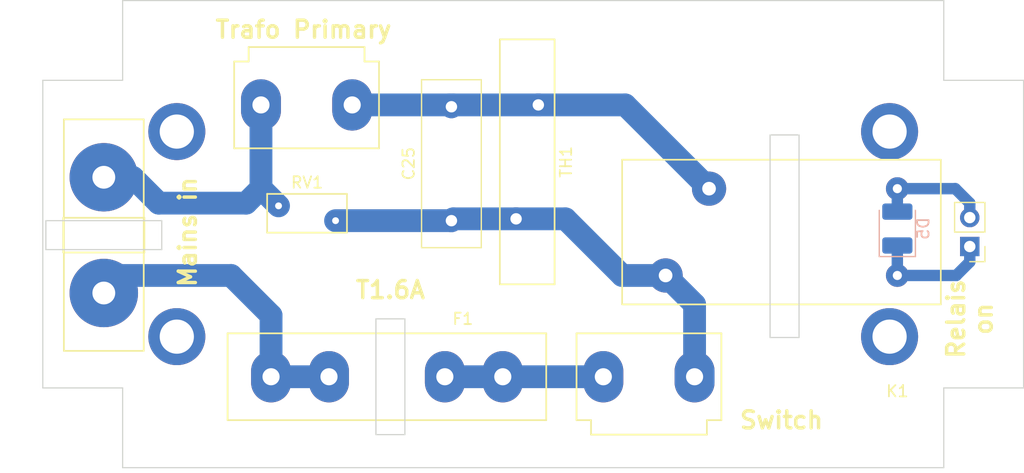
<source format=kicad_pcb>
(kicad_pcb (version 20171130) (host pcbnew 5.0.2-bee76a0~70~ubuntu16.04.1)

  (general
    (thickness 1.6)
    (drawings 29)
    (tracks 39)
    (zones 0)
    (modules 10)
    (nets 8)
  )

  (page A4)
  (layers
    (0 F.Cu signal)
    (31 B.Cu signal)
    (32 B.Adhes user)
    (33 F.Adhes user)
    (34 B.Paste user)
    (35 F.Paste user)
    (36 B.SilkS user)
    (37 F.SilkS user)
    (38 B.Mask user)
    (39 F.Mask user)
    (40 Dwgs.User user)
    (41 Cmts.User user)
    (42 Eco1.User user)
    (43 Eco2.User user)
    (44 Edge.Cuts user)
    (45 Margin user)
    (46 B.CrtYd user)
    (47 F.CrtYd user)
    (48 B.Fab user)
    (49 F.Fab user)
  )

  (setup
    (last_trace_width 0.5)
    (trace_clearance 0.5)
    (zone_clearance 0.508)
    (zone_45_only no)
    (trace_min 0.2)
    (segment_width 0.2)
    (edge_width 0.1)
    (via_size 0.8)
    (via_drill 0.4)
    (via_min_size 0.4)
    (via_min_drill 0.3)
    (uvia_size 0.3)
    (uvia_drill 0.1)
    (uvias_allowed no)
    (uvia_min_size 0.2)
    (uvia_min_drill 0.1)
    (pcb_text_width 0.3)
    (pcb_text_size 1.5 1.5)
    (mod_edge_width 0.15)
    (mod_text_size 1 1)
    (mod_text_width 0.15)
    (pad_size 1.5 1.5)
    (pad_drill 0.6)
    (pad_to_mask_clearance 0)
    (solder_mask_min_width 0.25)
    (aux_axis_origin 0 0)
    (visible_elements FFFFFF7F)
    (pcbplotparams
      (layerselection 0x00040_7ffffffe)
      (usegerberextensions false)
      (usegerberattributes false)
      (usegerberadvancedattributes false)
      (creategerberjobfile false)
      (excludeedgelayer true)
      (linewidth 0.100000)
      (plotframeref false)
      (viasonmask false)
      (mode 1)
      (useauxorigin false)
      (hpglpennumber 1)
      (hpglpenspeed 20)
      (hpglpendiameter 15.000000)
      (psnegative false)
      (psa4output false)
      (plotreference true)
      (plotvalue true)
      (plotinvisibletext false)
      (padsonsilk false)
      (subtractmaskfromsilk false)
      (outputformat 3)
      (mirror false)
      (drillshape 1)
      (scaleselection 1)
      (outputdirectory ""))
  )

  (net 0 "")
  (net 1 "Net-(C25-Pad1)")
  (net 2 "Net-(C25-Pad2)")
  (net 3 "Net-(D5-Pad1)")
  (net 4 "Net-(D5-Pad2)")
  (net 5 "Net-(F1-Pad2)")
  (net 6 "Net-(F1-Pad1)")
  (net 7 "Net-(J1-Pad2)")

  (net_class Default "This is the default net class."
    (clearance 0.5)
    (trace_width 0.5)
    (via_dia 0.8)
    (via_drill 0.4)
    (uvia_dia 0.3)
    (uvia_drill 0.1)
    (add_net "Net-(C25-Pad1)")
    (add_net "Net-(C25-Pad2)")
    (add_net "Net-(D5-Pad1)")
    (add_net "Net-(D5-Pad2)")
    (add_net "Net-(F1-Pad1)")
    (add_net "Net-(F1-Pad2)")
    (add_net "Net-(J1-Pad2)")
  )

  (module Capacitor_THT:C_Disc_D14.5mm_W5.0mm_P10.00mm (layer F.Cu) (tedit 5AE50EF0) (tstamp 5D44471D)
    (at 35.83 19.32 90)
    (descr "C, Disc series, Radial, pin pitch=10.00mm, , diameter*width=14.5*5.0mm^2, Capacitor, http://www.vishay.com/docs/28535/vy2series.pdf")
    (tags "C Disc series Radial pin pitch 10.00mm  diameter 14.5mm width 5.0mm Capacitor")
    (path /5BCEF457)
    (fp_text reference C25 (at 5 -3.75 90) (layer F.SilkS)
      (effects (font (size 1 1) (thickness 0.15)))
    )
    (fp_text value "203M SF 250V AC" (at 5 3.75 90) (layer F.Fab)
      (effects (font (size 1 1) (thickness 0.15)))
    )
    (fp_line (start -2.25 -2.5) (end -2.25 2.5) (layer F.Fab) (width 0.1))
    (fp_line (start -2.25 2.5) (end 12.25 2.5) (layer F.Fab) (width 0.1))
    (fp_line (start 12.25 2.5) (end 12.25 -2.5) (layer F.Fab) (width 0.1))
    (fp_line (start 12.25 -2.5) (end -2.25 -2.5) (layer F.Fab) (width 0.1))
    (fp_line (start -2.37 -2.62) (end 12.37 -2.62) (layer F.SilkS) (width 0.12))
    (fp_line (start -2.37 2.62) (end 12.37 2.62) (layer F.SilkS) (width 0.12))
    (fp_line (start -2.37 -2.62) (end -2.37 2.62) (layer F.SilkS) (width 0.12))
    (fp_line (start 12.37 -2.62) (end 12.37 2.62) (layer F.SilkS) (width 0.12))
    (fp_line (start -2.5 -2.75) (end -2.5 2.75) (layer F.CrtYd) (width 0.05))
    (fp_line (start -2.5 2.75) (end 12.5 2.75) (layer F.CrtYd) (width 0.05))
    (fp_line (start 12.5 2.75) (end 12.5 -2.75) (layer F.CrtYd) (width 0.05))
    (fp_line (start 12.5 -2.75) (end -2.5 -2.75) (layer F.CrtYd) (width 0.05))
    (fp_text user %R (at 5 0 90) (layer F.Fab)
      (effects (font (size 1 1) (thickness 0.15)))
    )
    (pad 1 thru_hole circle (at 0 0 90) (size 2 2) (drill 1) (layers *.Cu *.Mask)
      (net 1 "Net-(C25-Pad1)"))
    (pad 2 thru_hole circle (at 10 0 90) (size 2 2) (drill 1) (layers *.Cu *.Mask)
      (net 2 "Net-(C25-Pad2)"))
    (model ${KISYS3DMOD}/Capacitor_THT.3dshapes/C_Disc_D14.5mm_W5.0mm_P10.00mm.wrl
      (at (xyz 0 0 0))
      (scale (xyz 1 1 1))
      (rotate (xyz 0 0 0))
    )
  )

  (module mixersupply_fuse:Fuseholder0520 (layer F.Cu) (tedit 5BC4A14C) (tstamp 5D444CEB)
    (at 30.173639 33.02)
    (path /5BA8F401)
    (fp_text reference F1 (at 6.656361 -5.08) (layer F.SilkS)
      (effects (font (size 1 1) (thickness 0.15)))
    )
    (fp_text value "Fuse 1.6A T" (at 0 -6.35) (layer F.Fab)
      (effects (font (size 1 1) (thickness 0.15)))
    )
    (fp_line (start 13.97 -3.81) (end 13.97 3.81) (layer F.SilkS) (width 0.15))
    (fp_line (start 13.97 3.81) (end -13.97 3.81) (layer F.SilkS) (width 0.15))
    (fp_line (start -13.97 3.81) (end -13.97 -3.81) (layer F.SilkS) (width 0.15))
    (fp_line (start -13.97 -3.81) (end 13.97 -3.81) (layer F.SilkS) (width 0.15))
    (pad 2 thru_hole oval (at 10.16 0 90) (size 4.5 3.5) (drill 1.5) (layers *.Cu *.Mask)
      (net 5 "Net-(F1-Pad2)"))
    (pad 2 thru_hole oval (at 5.08 0 90) (size 4.5 3.5) (drill 1.5) (layers *.Cu *.Mask)
      (net 5 "Net-(F1-Pad2)"))
    (pad 1 thru_hole oval (at -5.08 0 90) (size 4.5 3.5) (drill 1.5) (layers *.Cu *.Mask)
      (net 6 "Net-(F1-Pad1)"))
    (pad 1 thru_hole oval (at -10.16 0 90) (size 4.5 3.5) (drill 1.5) (layers *.Cu *.Mask)
      (net 6 "Net-(F1-Pad1)"))
  )

  (module mixersupply_connectors:AC_Connector (layer F.Cu) (tedit 5D4449A4) (tstamp 5D444500)
    (at 5.35 20.59 90)
    (path /5BAE5D12)
    (fp_text reference J1 (at 0 -6.985 90) (layer F.SilkS) hide
      (effects (font (size 1 1) (thickness 0.15)))
    )
    (fp_text value "230V In" (at 0 -8.255 90) (layer F.Fab)
      (effects (font (size 1 1) (thickness 0.15)))
    )
    (fp_line (start -10.16 -3.5) (end 10.16 -3.5) (layer F.SilkS) (width 0.15))
    (fp_line (start 10.16 -3.5) (end 10.16 3.5) (layer F.SilkS) (width 0.15))
    (fp_line (start 10.16 3.5) (end -10.16 3.5) (layer F.SilkS) (width 0.15))
    (fp_line (start -10.16 3.5) (end -10.16 -3.5) (layer F.SilkS) (width 0.15))
    (fp_line (start 0 -3.556) (end 1.524 -3.556) (layer F.SilkS) (width 0.15))
    (fp_line (start 1.524 -3.556) (end 1.524 3.556) (layer F.SilkS) (width 0.15))
    (fp_line (start 1.524 3.556) (end -1.524 3.556) (layer F.SilkS) (width 0.15))
    (fp_line (start -1.524 3.556) (end -1.524 -3.556) (layer F.SilkS) (width 0.15))
    (fp_line (start -1.524 -3.556) (end 0 -3.556) (layer F.SilkS) (width 0.15))
    (pad 1 thru_hole circle (at -5.08 0 90) (size 6 6) (drill 2) (layers *.Cu *.Mask)
      (net 6 "Net-(F1-Pad1)"))
    (pad 2 thru_hole circle (at 5.08 0 90) (size 6 6) (drill 2) (layers *.Cu *.Mask)
      (net 7 "Net-(J1-Pad2)"))
  )

  (module mixersupply_connectors:2Pin_8mm_w_clipconnector (layer F.Cu) (tedit 5D444941) (tstamp 5CEFA622)
    (at 53.15 33.02 180)
    (path /5BD2B533)
    (fp_text reference J2 (at 0 -6.35 180) (layer F.SilkS) hide
      (effects (font (size 1 1) (thickness 0.15)))
    )
    (fp_text value "PWR Switch" (at 0 -7.62 180) (layer F.Fab)
      (effects (font (size 1 1) (thickness 0.15)))
    )
    (fp_line (start 6.35 -3.81) (end 6.35 3.81) (layer F.SilkS) (width 0.15))
    (fp_line (start 6.35 3.81) (end -6.35 3.81) (layer F.SilkS) (width 0.15))
    (fp_line (start -6.35 3.81) (end -6.35 -3.81) (layer F.SilkS) (width 0.15))
    (fp_line (start -6.35 -3.81) (end -5.08 -3.81) (layer F.SilkS) (width 0.15))
    (fp_line (start -5.08 -3.81) (end -5.08 -5.08) (layer F.SilkS) (width 0.15))
    (fp_line (start -5.08 -5.08) (end 5.08 -5.08) (layer F.SilkS) (width 0.15))
    (fp_line (start 5.08 -5.08) (end 5.08 -3.81) (layer F.SilkS) (width 0.15))
    (fp_line (start 5.08 -3.81) (end 6.35 -3.81) (layer F.SilkS) (width 0.15))
    (pad 1 thru_hole oval (at 4 0 270) (size 4.5 3.5) (drill 1.5) (layers *.Cu *.Mask)
      (net 5 "Net-(F1-Pad2)"))
    (pad 2 thru_hole oval (at -4 0 270) (size 4.5 3.5) (drill 1.5) (layers *.Cu *.Mask)
      (net 1 "Net-(C25-Pad1)"))
  )

  (module Connector_PinHeader_2.54mm:PinHeader_1x02_P2.54mm_Vertical (layer F.Cu) (tedit 5D444ADC) (tstamp 5D444A5E)
    (at 81.28 21.59 180)
    (descr "Through hole straight pin header, 1x02, 2.54mm pitch, single row")
    (tags "Through hole pin header THT 1x02 2.54mm single row")
    (path /5CF08DB4)
    (fp_text reference J3 (at 0 -2.33 180) (layer F.SilkS) hide
      (effects (font (size 1 1) (thickness 0.15)))
    )
    (fp_text value Relais_on (at 0 4.87 180) (layer F.Fab)
      (effects (font (size 1 1) (thickness 0.15)))
    )
    (fp_line (start -0.635 -1.27) (end 1.27 -1.27) (layer F.Fab) (width 0.1))
    (fp_line (start 1.27 -1.27) (end 1.27 3.81) (layer F.Fab) (width 0.1))
    (fp_line (start 1.27 3.81) (end -1.27 3.81) (layer F.Fab) (width 0.1))
    (fp_line (start -1.27 3.81) (end -1.27 -0.635) (layer F.Fab) (width 0.1))
    (fp_line (start -1.27 -0.635) (end -0.635 -1.27) (layer F.Fab) (width 0.1))
    (fp_line (start -1.33 3.87) (end 1.33 3.87) (layer F.SilkS) (width 0.12))
    (fp_line (start -1.33 1.27) (end -1.33 3.87) (layer F.SilkS) (width 0.12))
    (fp_line (start 1.33 1.27) (end 1.33 3.87) (layer F.SilkS) (width 0.12))
    (fp_line (start -1.33 1.27) (end 1.33 1.27) (layer F.SilkS) (width 0.12))
    (fp_line (start -1.33 0) (end -1.33 -1.33) (layer F.SilkS) (width 0.12))
    (fp_line (start -1.33 -1.33) (end 0 -1.33) (layer F.SilkS) (width 0.12))
    (fp_line (start -1.8 -1.8) (end -1.8 4.35) (layer F.CrtYd) (width 0.05))
    (fp_line (start -1.8 4.35) (end 1.8 4.35) (layer F.CrtYd) (width 0.05))
    (fp_line (start 1.8 4.35) (end 1.8 -1.8) (layer F.CrtYd) (width 0.05))
    (fp_line (start 1.8 -1.8) (end -1.8 -1.8) (layer F.CrtYd) (width 0.05))
    (fp_text user %R (at 0 1.27 270) (layer F.Fab)
      (effects (font (size 1 1) (thickness 0.15)))
    )
    (pad 1 thru_hole rect (at 0 0 180) (size 1.7 1.7) (drill 1) (layers *.Cu *.Mask)
      (net 3 "Net-(D5-Pad1)"))
    (pad 2 thru_hole oval (at 0 2.54 180) (size 1.7 1.7) (drill 1) (layers *.Cu *.Mask)
      (net 4 "Net-(D5-Pad2)"))
    (model ${KISYS3DMOD}/Connector_PinHeader_2.54mm.3dshapes/PinHeader_1x02_P2.54mm_Vertical.wrl
      (at (xyz 0 0 0))
      (scale (xyz 1 1 1))
      (rotate (xyz 0 0 0))
    )
  )

  (module mixersupply_connectors:2Pin_8mm_w_clipconnector (layer F.Cu) (tedit 5D44493A) (tstamp 5D4446EB)
    (at 23.13 9.16)
    (path /5BC67AD5)
    (fp_text reference J6 (at 0 -6.35) (layer F.SilkS) hide
      (effects (font (size 1 1) (thickness 0.15)))
    )
    (fp_text value "Transformator Primary" (at 0 -7.62) (layer F.Fab)
      (effects (font (size 1 1) (thickness 0.15)))
    )
    (fp_line (start 5.08 -3.81) (end 6.35 -3.81) (layer F.SilkS) (width 0.15))
    (fp_line (start 5.08 -5.08) (end 5.08 -3.81) (layer F.SilkS) (width 0.15))
    (fp_line (start -5.08 -5.08) (end 5.08 -5.08) (layer F.SilkS) (width 0.15))
    (fp_line (start -5.08 -3.81) (end -5.08 -5.08) (layer F.SilkS) (width 0.15))
    (fp_line (start -6.35 -3.81) (end -5.08 -3.81) (layer F.SilkS) (width 0.15))
    (fp_line (start -6.35 3.81) (end -6.35 -3.81) (layer F.SilkS) (width 0.15))
    (fp_line (start 6.35 3.81) (end -6.35 3.81) (layer F.SilkS) (width 0.15))
    (fp_line (start 6.35 -3.81) (end 6.35 3.81) (layer F.SilkS) (width 0.15))
    (pad 2 thru_hole oval (at -4 0 90) (size 4.5 3.5) (drill 1.5) (layers *.Cu *.Mask)
      (net 7 "Net-(J1-Pad2)"))
    (pad 1 thru_hole oval (at 4 0 90) (size 4.5 3.5) (drill 1.5) (layers *.Cu *.Mask)
      (net 2 "Net-(C25-Pad2)"))
  )

  (module "mixersupply_relay:Relais DEG SDT-S-105LMR" (layer F.Cu) (tedit 5BC4BB47) (tstamp 5D444B19)
    (at 74.93 24.13 180)
    (path /5BD04C3D)
    (fp_text reference K1 (at 0 -10.16 180) (layer F.SilkS)
      (effects (font (size 1 1) (thickness 0.15)))
    )
    (fp_text value "DEG SDT-S-105LMR" (at 0 -11.43 180) (layer F.Fab)
      (effects (font (size 1 1) (thickness 0.15)))
    )
    (fp_line (start -3.81 -2.54) (end 24.13 -2.54) (layer F.SilkS) (width 0.15))
    (fp_line (start 24.13 -2.54) (end 24.13 10.16) (layer F.SilkS) (width 0.15))
    (fp_line (start 24.13 10.16) (end -3.81 10.16) (layer F.SilkS) (width 0.15))
    (fp_line (start -3.81 10.16) (end -3.81 -2.54) (layer F.SilkS) (width 0.15))
    (pad A1 thru_hole circle (at 0 0 180) (size 2 2) (drill 0.8) (layers *.Cu *.Mask)
      (net 3 "Net-(D5-Pad1)"))
    (pad A2 thru_hole circle (at 0 7.62 180) (size 2 2) (drill 0.8) (layers *.Cu *.Mask)
      (net 4 "Net-(D5-Pad2)"))
    (pad 11 thru_hole circle (at 16.51 7.62 180) (size 3 3) (drill 1.2) (layers *.Cu *.Mask)
      (net 2 "Net-(C25-Pad2)"))
    (pad 14 thru_hole circle (at 20.32 0 180) (size 3 3) (drill 1.2) (layers *.Cu *.Mask)
      (net 1 "Net-(C25-Pad1)"))
  )

  (module Varistor:RV_Disc_D7mm_W3.4mm_P5mm (layer F.Cu) (tedit 5A0F68DF) (tstamp 5D444678)
    (at 25.67 19.32 180)
    (descr "Varistor, diameter 7mm, width 3.4mm, pitch 5mm")
    (tags "varistor SIOV")
    (path /5BDC383D)
    (fp_text reference RV1 (at 2.5 3.35 180) (layer F.SilkS)
      (effects (font (size 1 1) (thickness 0.15)))
    )
    (fp_text value Varistor (at 2.5 -2.05 180) (layer F.Fab)
      (effects (font (size 1 1) (thickness 0.15)))
    )
    (fp_text user %R (at 2.5 0.65 180) (layer F.Fab)
      (effects (font (size 1 1) (thickness 0.15)))
    )
    (fp_line (start -1.25 2.6) (end 6.25 2.6) (layer F.CrtYd) (width 0.05))
    (fp_line (start -1.25 -1.3) (end 6.25 -1.3) (layer F.CrtYd) (width 0.05))
    (fp_line (start 6.25 -1.3) (end 6.25 2.6) (layer F.CrtYd) (width 0.05))
    (fp_line (start -1.25 -1.3) (end -1.25 2.6) (layer F.CrtYd) (width 0.05))
    (fp_line (start -1 2.35) (end 6 2.35) (layer F.SilkS) (width 0.15))
    (fp_line (start -1 -1.05) (end 6 -1.05) (layer F.SilkS) (width 0.15))
    (fp_line (start 6 -1.05) (end 6 2.35) (layer F.SilkS) (width 0.15))
    (fp_line (start -1 -1.05) (end -1 2.35) (layer F.SilkS) (width 0.15))
    (fp_line (start -1 2.35) (end 6 2.35) (layer F.Fab) (width 0.1))
    (fp_line (start -1 -1.05) (end 6 -1.05) (layer F.Fab) (width 0.1))
    (fp_line (start 6 -1.05) (end 6 2.35) (layer F.Fab) (width 0.1))
    (fp_line (start -1 -1.05) (end -1 2.35) (layer F.Fab) (width 0.1))
    (pad 1 thru_hole circle (at 0 0 180) (size 1.6 1.6) (drill 0.6) (layers *.Cu *.Mask)
      (net 1 "Net-(C25-Pad1)"))
    (pad 2 thru_hole circle (at 5 1.3 180) (size 1.6 1.6) (drill 0.6) (layers *.Cu *.Mask)
      (net 7 "Net-(J1-Pad2)"))
    (model ${KISYS3DMOD}/Varistor.3dshapes/RV_Disc_D7mm_W3.4mm_P5mm.wrl
      (at (xyz 0 0 0))
      (scale (xyz 1 1 1))
      (rotate (xyz 0 0 0))
    )
  )

  (module Varistor:RV_Disc_D21.5mm_W4.8mm_P10mm (layer F.Cu) (tedit 5A0F68FE) (tstamp 5D4446AE)
    (at 41.5 19.16 90)
    (descr "Varistor, diameter 21.5mm, width 4.8mm, pitch 10mm")
    (tags "varistor SIOV")
    (path /5BCBFCA3)
    (fp_text reference TH1 (at 5 4.375 90) (layer F.SilkS)
      (effects (font (size 1 1) (thickness 0.15)))
    )
    (fp_text value Thermistor_NTC (at 5 -2.425 90) (layer F.Fab)
      (effects (font (size 1 1) (thickness 0.15)))
    )
    (fp_text user %R (at 5 0.975 90) (layer F.Fab)
      (effects (font (size 1 1) (thickness 0.15)))
    )
    (fp_line (start -6 3.63) (end 16 3.63) (layer F.CrtYd) (width 0.05))
    (fp_line (start -6 -1.68) (end 16 -1.68) (layer F.CrtYd) (width 0.05))
    (fp_line (start 16 -1.68) (end 16 3.63) (layer F.CrtYd) (width 0.05))
    (fp_line (start -6 -1.68) (end -6 3.63) (layer F.CrtYd) (width 0.05))
    (fp_line (start -5.75 3.375) (end 15.75 3.375) (layer F.SilkS) (width 0.15))
    (fp_line (start -5.75 -1.425) (end 15.75 -1.425) (layer F.SilkS) (width 0.15))
    (fp_line (start 15.75 -1.425) (end 15.75 3.375) (layer F.SilkS) (width 0.15))
    (fp_line (start -5.75 -1.425) (end -5.75 3.375) (layer F.SilkS) (width 0.15))
    (fp_line (start -5.75 3.375) (end 15.75 3.375) (layer F.Fab) (width 0.1))
    (fp_line (start -5.75 -1.425) (end 15.75 -1.425) (layer F.Fab) (width 0.1))
    (fp_line (start 15.75 -1.425) (end 15.75 3.375) (layer F.Fab) (width 0.1))
    (fp_line (start -5.75 -1.425) (end -5.75 3.375) (layer F.Fab) (width 0.1))
    (pad 1 thru_hole circle (at 0 0 90) (size 2 2) (drill 1) (layers *.Cu *.Mask)
      (net 1 "Net-(C25-Pad1)"))
    (pad 2 thru_hole circle (at 10 1.95 90) (size 2 2) (drill 1) (layers *.Cu *.Mask)
      (net 2 "Net-(C25-Pad2)"))
    (model ${KISYS3DMOD}/Varistor.3dshapes/RV_Disc_D21.5mm_W4.8mm_P10mm.wrl
      (at (xyz 0 0 0))
      (scale (xyz 1 1 1))
      (rotate (xyz 0 0 0))
    )
  )

  (module Diode_SMD:D_1210_3225Metric_Pad1.42x2.65mm_HandSolder (layer B.Cu) (tedit 5B4B45C8) (tstamp 5D444FA2)
    (at 74.93 20.0125 90)
    (descr "Diode SMD 1210 (3225 Metric), square (rectangular) end terminal, IPC_7351 nominal, (Body size source: http://www.tortai-tech.com/upload/download/2011102023233369053.pdf), generated with kicad-footprint-generator")
    (tags "diode handsolder")
    (path /5BA90880)
    (attr smd)
    (fp_text reference D5 (at 0 2.28 90) (layer B.SilkS)
      (effects (font (size 1 1) (thickness 0.15)) (justify mirror))
    )
    (fp_text value DIODE (at 0 -2.28 90) (layer B.Fab)
      (effects (font (size 1 1) (thickness 0.15)) (justify mirror))
    )
    (fp_line (start 1.6 1.25) (end -0.975 1.25) (layer B.Fab) (width 0.1))
    (fp_line (start -0.975 1.25) (end -1.6 0.625) (layer B.Fab) (width 0.1))
    (fp_line (start -1.6 0.625) (end -1.6 -1.25) (layer B.Fab) (width 0.1))
    (fp_line (start -1.6 -1.25) (end 1.6 -1.25) (layer B.Fab) (width 0.1))
    (fp_line (start 1.6 -1.25) (end 1.6 1.25) (layer B.Fab) (width 0.1))
    (fp_line (start 1.6 1.585) (end -2.46 1.585) (layer B.SilkS) (width 0.12))
    (fp_line (start -2.46 1.585) (end -2.46 -1.585) (layer B.SilkS) (width 0.12))
    (fp_line (start -2.46 -1.585) (end 1.6 -1.585) (layer B.SilkS) (width 0.12))
    (fp_line (start -2.45 -1.58) (end -2.45 1.58) (layer B.CrtYd) (width 0.05))
    (fp_line (start -2.45 1.58) (end 2.45 1.58) (layer B.CrtYd) (width 0.05))
    (fp_line (start 2.45 1.58) (end 2.45 -1.58) (layer B.CrtYd) (width 0.05))
    (fp_line (start 2.45 -1.58) (end -2.45 -1.58) (layer B.CrtYd) (width 0.05))
    (fp_text user %R (at 0 0 90) (layer B.Fab)
      (effects (font (size 0.8 0.8) (thickness 0.12)) (justify mirror))
    )
    (pad 1 smd roundrect (at -1.4875 0 90) (size 1.425 2.65) (layers B.Cu B.Paste B.Mask) (roundrect_rratio 0.175439)
      (net 3 "Net-(D5-Pad1)"))
    (pad 2 smd roundrect (at 1.4875 0 90) (size 1.425 2.65) (layers B.Cu B.Paste B.Mask) (roundrect_rratio 0.175439)
      (net 4 "Net-(D5-Pad2)"))
    (model ${KISYS3DMOD}/Diode_SMD.3dshapes/D_1210_3225Metric.wrl
      (at (xyz 0 0 0))
      (scale (xyz 1 1 1))
      (rotate (xyz 0 0 0))
    )
  )

  (gr_text "Relais\non" (at 81.28 27.94 90) (layer F.SilkS)
    (effects (font (size 1.5 1.5) (thickness 0.3)))
  )
  (gr_text "Trafo Primary" (at 22.86 2.54) (layer F.SilkS)
    (effects (font (size 1.5 1.5) (thickness 0.3)))
  )
  (gr_text "Mains in" (at 12.7 20.32 90) (layer F.SilkS)
    (effects (font (size 1.5 1.5) (thickness 0.3)))
  )
  (gr_text T1.6A (at 30.48 25.4) (layer F.SilkS)
    (effects (font (size 1.5 1.5) (thickness 0.3)))
  )
  (gr_text Switch (at 64.77 36.83) (layer F.SilkS)
    (effects (font (size 1.5 1.5) (thickness 0.3)))
  )
  (gr_line (start 29.21 38.1) (end 29.21 27.94) (layer Edge.Cuts) (width 0.1))
  (gr_line (start 31.75 38.1) (end 29.21 38.1) (layer Edge.Cuts) (width 0.1))
  (gr_line (start 31.75 27.94) (end 31.75 38.1) (layer Edge.Cuts) (width 0.1))
  (gr_line (start 29.21 27.94) (end 31.75 27.94) (layer Edge.Cuts) (width 0.1))
  (gr_line (start 7 34) (end 0 34) (layer Edge.Cuts) (width 0.1))
  (gr_line (start 10.43 21.86) (end 0.27 21.86) (layer Edge.Cuts) (width 0.1))
  (gr_line (start 7 41) (end 7 34) (layer Edge.Cuts) (width 0.1))
  (gr_line (start 66.31 29.575) (end 63.77 29.575) (layer Edge.Cuts) (width 0.1) (tstamp 5D444A47))
  (gr_line (start 7 7) (end 7 0) (layer Edge.Cuts) (width 0.1))
  (gr_line (start 0 7) (end 7 7) (layer Edge.Cuts) (width 0.1))
  (gr_line (start 79 34) (end 79 41) (layer Edge.Cuts) (width 0.1))
  (gr_line (start 86 34) (end 79 34) (layer Edge.Cuts) (width 0.1))
  (gr_line (start 79 7) (end 86 7) (layer Edge.Cuts) (width 0.1))
  (gr_line (start 79 0) (end 79 7) (layer Edge.Cuts) (width 0.1))
  (gr_line (start 0.27 21.86) (end 0.27 19.32) (layer Edge.Cuts) (width 0.1))
  (gr_line (start 10.43 19.32) (end 10.43 21.86) (layer Edge.Cuts) (width 0.1))
  (gr_line (start 0.27 19.32) (end 10.43 19.32) (layer Edge.Cuts) (width 0.1))
  (gr_line (start 0 34) (end 0 7) (layer Edge.Cuts) (width 0.1))
  (gr_line (start 79 41) (end 7 41) (layer Edge.Cuts) (width 0.1))
  (gr_line (start 86 7) (end 86 34) (layer Edge.Cuts) (width 0.1))
  (gr_line (start 7 0) (end 79 0) (layer Edge.Cuts) (width 0.1))
  (gr_line (start 63.77 11.795) (end 63.77 29.575) (layer Edge.Cuts) (width 0.1) (tstamp 5D444A44))
  (gr_line (start 66.31 11.795) (end 63.77 11.795) (layer Edge.Cuts) (width 0.1) (tstamp 5D444A41))
  (gr_line (start 66.31 29.575) (end 66.31 11.795) (layer Edge.Cuts) (width 0.1) (tstamp 5D444A3E))

  (via (at 11.75 11.5) (size 5) (drill 3) (layers F.Cu B.Cu) (net 0))
  (via (at 74.25 11.5) (size 5) (drill 3) (layers F.Cu B.Cu) (net 0) (tstamp 5CEFB6A1))
  (via (at 74.25 29.5) (size 5) (drill 3) (layers F.Cu B.Cu) (net 0) (tstamp 5CEFB6A3))
  (via (at 11.75 29.5) (size 5) (drill 3) (layers F.Cu B.Cu) (net 0) (tstamp 5CEFB3E8))
  (segment (start 35.83 19.32) (end 25.67 19.32) (width 2) (layer B.Cu) (net 1) (tstamp 5D444709) (status 30))
  (segment (start 35.99 19.16) (end 35.83 19.32) (width 2) (layer B.Cu) (net 1) (tstamp 5D444661) (status 30))
  (segment (start 41.5 19.16) (end 35.99 19.16) (width 2) (layer B.Cu) (net 1) (tstamp 5D44465E) (status 30))
  (segment (start 57.15 26.67) (end 54.61 24.13) (width 2) (layer B.Cu) (net 1))
  (segment (start 57.15 33.02) (end 57.15 26.67) (width 2) (layer B.Cu) (net 1))
  (segment (start 41.5 19.16) (end 45.83 19.16) (width 2) (layer B.Cu) (net 1))
  (segment (start 45.83 19.16) (end 50.8 24.13) (width 2) (layer B.Cu) (net 1))
  (segment (start 50.8 24.13) (end 54.61 24.13) (width 2) (layer B.Cu) (net 1))
  (segment (start 35.99 9.16) (end 35.83 9.32) (width 2) (layer B.Cu) (net 2) (tstamp 5D4446D6) (status 30))
  (segment (start 43.45 9.16) (end 35.99 9.16) (width 2) (layer B.Cu) (net 2) (tstamp 5D4446D3) (status 30))
  (segment (start 35.67 9.16) (end 35.83 9.32) (width 2) (layer B.Cu) (net 2) (tstamp 5D44465B))
  (segment (start 27.13 9.16) (end 35.67 9.16) (width 2) (layer B.Cu) (net 2) (tstamp 5D444664))
  (segment (start 51.07 9.16) (end 43.45 9.16) (width 2) (layer B.Cu) (net 2))
  (segment (start 58.42 16.51) (end 51.07 9.16) (width 2) (layer B.Cu) (net 2))
  (segment (start 74.93 24.13) (end 74.93 21.5) (width 1) (layer B.Cu) (net 3))
  (segment (start 81.28 22.94) (end 80.09 24.13) (width 1) (layer B.Cu) (net 3))
  (segment (start 81.28 21.59) (end 81.28 22.94) (width 1) (layer B.Cu) (net 3))
  (segment (start 80.09 24.13) (end 74.93 24.13) (width 1) (layer B.Cu) (net 3))
  (segment (start 74.93 16.51) (end 74.93 18.525) (width 1) (layer B.Cu) (net 4))
  (segment (start 81.28 19.05) (end 81.28 17.78) (width 1) (layer B.Cu) (net 4))
  (segment (start 80.01 16.51) (end 74.93 16.51) (width 1) (layer B.Cu) (net 4))
  (segment (start 81.28 17.78) (end 80.01 16.51) (width 1) (layer B.Cu) (net 4))
  (segment (start 35.253639 33.02) (end 40.333639 33.02) (width 2) (layer B.Cu) (net 5))
  (segment (start 40.333639 33.02) (end 49.15 33.02) (width 2) (layer B.Cu) (net 5))
  (segment (start 5.35 25.67) (end 6.89 24.13) (width 2) (layer B.Cu) (net 6))
  (segment (start 6.89 24.13) (end 16.51 24.13) (width 2) (layer B.Cu) (net 6))
  (segment (start 20.013639 27.633639) (end 20.013639 33.02) (width 2) (layer B.Cu) (net 6))
  (segment (start 16.51 24.13) (end 20.013639 27.633639) (width 2) (layer B.Cu) (net 6))
  (segment (start 20.013639 33.02) (end 25.093639 33.02) (width 2) (layer B.Cu) (net 6))
  (segment (start 19.13 16.48) (end 20.67 18.02) (width 2) (layer B.Cu) (net 7) (tstamp 5D4446DC))
  (segment (start 19.13 9.16) (end 19.13 16.48) (width 2) (layer B.Cu) (net 7) (tstamp 5D4446D9))
  (segment (start 17.83 17.78) (end 19.13 16.48) (width 2) (layer B.Cu) (net 7))
  (segment (start 10.16 17.78) (end 17.83 17.78) (width 2) (layer B.Cu) (net 7))
  (segment (start 7.89 15.51) (end 10.16 17.78) (width 2) (layer B.Cu) (net 7))
  (segment (start 5.35 15.51) (end 7.89 15.51) (width 1) (layer B.Cu) (net 7))

)

</source>
